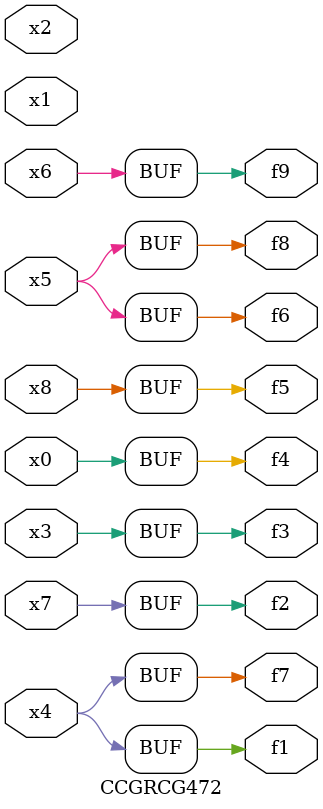
<source format=v>
module CCGRCG472(
	input x0, x1, x2, x3, x4, x5, x6, x7, x8,
	output f1, f2, f3, f4, f5, f6, f7, f8, f9
);
	assign f1 = x4;
	assign f2 = x7;
	assign f3 = x3;
	assign f4 = x0;
	assign f5 = x8;
	assign f6 = x5;
	assign f7 = x4;
	assign f8 = x5;
	assign f9 = x6;
endmodule

</source>
